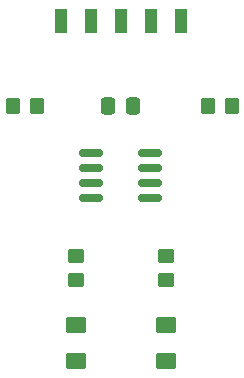
<source format=gtp>
%TF.GenerationSoftware,KiCad,Pcbnew,(6.0.7)*%
%TF.CreationDate,2022-08-07T20:56:25-04:00*%
%TF.ProjectId,2022_generic,32303232-5f67-4656-9e65-7269632e6b69,rev?*%
%TF.SameCoordinates,Original*%
%TF.FileFunction,Paste,Top*%
%TF.FilePolarity,Positive*%
%FSLAX46Y46*%
G04 Gerber Fmt 4.6, Leading zero omitted, Abs format (unit mm)*
G04 Created by KiCad (PCBNEW (6.0.7)) date 2022-08-07 20:56:25*
%MOMM*%
%LPD*%
G01*
G04 APERTURE LIST*
G04 Aperture macros list*
%AMRoundRect*
0 Rectangle with rounded corners*
0 $1 Rounding radius*
0 $2 $3 $4 $5 $6 $7 $8 $9 X,Y pos of 4 corners*
0 Add a 4 corners polygon primitive as box body*
4,1,4,$2,$3,$4,$5,$6,$7,$8,$9,$2,$3,0*
0 Add four circle primitives for the rounded corners*
1,1,$1+$1,$2,$3*
1,1,$1+$1,$4,$5*
1,1,$1+$1,$6,$7*
1,1,$1+$1,$8,$9*
0 Add four rect primitives between the rounded corners*
20,1,$1+$1,$2,$3,$4,$5,0*
20,1,$1+$1,$4,$5,$6,$7,0*
20,1,$1+$1,$6,$7,$8,$9,0*
20,1,$1+$1,$8,$9,$2,$3,0*%
G04 Aperture macros list end*
%ADD10RoundRect,0.250001X0.624999X-0.462499X0.624999X0.462499X-0.624999X0.462499X-0.624999X-0.462499X0*%
%ADD11RoundRect,0.250000X-0.450000X0.350000X-0.450000X-0.350000X0.450000X-0.350000X0.450000X0.350000X0*%
%ADD12RoundRect,0.250000X-0.350000X-0.450000X0.350000X-0.450000X0.350000X0.450000X-0.350000X0.450000X0*%
%ADD13RoundRect,0.250000X0.337500X0.475000X-0.337500X0.475000X-0.337500X-0.475000X0.337500X-0.475000X0*%
%ADD14R,1.000000X2.000000*%
%ADD15RoundRect,0.150000X-0.825000X-0.150000X0.825000X-0.150000X0.825000X0.150000X-0.825000X0.150000X0*%
G04 APERTURE END LIST*
D10*
X154940000Y-136107500D03*
X154940000Y-133132500D03*
D11*
X162560000Y-127270000D03*
X162560000Y-129270000D03*
D12*
X149622000Y-114554000D03*
X151622000Y-114554000D03*
D13*
X159787500Y-114554000D03*
X157712500Y-114554000D03*
D10*
X162560000Y-136107500D03*
X162560000Y-133132500D03*
D11*
X154940000Y-127270000D03*
X154940000Y-129270000D03*
D14*
X153670000Y-107349500D03*
X156210000Y-107349500D03*
X158750000Y-107349500D03*
X161290000Y-107349500D03*
X163830000Y-107349500D03*
D12*
X166132000Y-114554000D03*
X168132000Y-114554000D03*
D15*
X156275000Y-118491000D03*
X156275000Y-119761000D03*
X156275000Y-121031000D03*
X156275000Y-122301000D03*
X161225000Y-122301000D03*
X161225000Y-121031000D03*
X161225000Y-119761000D03*
X161225000Y-118491000D03*
M02*

</source>
